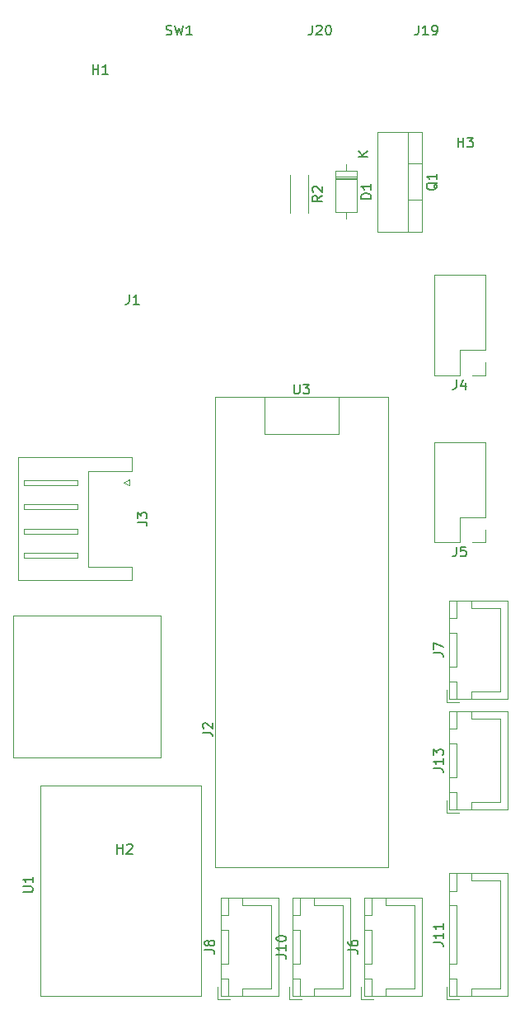
<source format=gbr>
G04 #@! TF.GenerationSoftware,KiCad,Pcbnew,(5.1.2)-1*
G04 #@! TF.CreationDate,2019-08-26T15:34:59+03:00*
G04 #@! TF.ProjectId,invaderBoard,696e7661-6465-4724-926f-6172642e6b69,rev?*
G04 #@! TF.SameCoordinates,Original*
G04 #@! TF.FileFunction,Legend,Top*
G04 #@! TF.FilePolarity,Positive*
%FSLAX46Y46*%
G04 Gerber Fmt 4.6, Leading zero omitted, Abs format (unit mm)*
G04 Created by KiCad (PCBNEW (5.1.2)-1) date 2019-08-26 15:34:59*
%MOMM*%
%LPD*%
G04 APERTURE LIST*
%ADD10C,0.120000*%
%ADD11C,0.150000*%
G04 APERTURE END LIST*
D10*
X236982000Y-75692000D02*
X236982000Y-71882000D01*
X229362000Y-75692000D02*
X236982000Y-75692000D01*
X229362000Y-71882000D02*
X229362000Y-75692000D01*
X242062000Y-71882000D02*
X224282000Y-71882000D01*
X242062000Y-120142000D02*
X242062000Y-71882000D01*
X224282000Y-120142000D02*
X242062000Y-120142000D01*
X224282000Y-71882000D02*
X224282000Y-120142000D01*
X239312000Y-133660000D02*
X240562000Y-133660000D01*
X239312000Y-132410000D02*
X239312000Y-133660000D01*
X244812000Y-124010000D02*
X244812000Y-128310000D01*
X241862000Y-124010000D02*
X244812000Y-124010000D01*
X241862000Y-123260000D02*
X241862000Y-124010000D01*
X244812000Y-132610000D02*
X244812000Y-128310000D01*
X241862000Y-132610000D02*
X244812000Y-132610000D01*
X241862000Y-133360000D02*
X241862000Y-132610000D01*
X239612000Y-123260000D02*
X239612000Y-125060000D01*
X240362000Y-123260000D02*
X239612000Y-123260000D01*
X240362000Y-125060000D02*
X240362000Y-123260000D01*
X239612000Y-125060000D02*
X240362000Y-125060000D01*
X239612000Y-131560000D02*
X239612000Y-133360000D01*
X240362000Y-131560000D02*
X239612000Y-131560000D01*
X240362000Y-133360000D02*
X240362000Y-131560000D01*
X239612000Y-133360000D02*
X240362000Y-133360000D01*
X239612000Y-126560000D02*
X239612000Y-130060000D01*
X240362000Y-126560000D02*
X239612000Y-126560000D01*
X240362000Y-130060000D02*
X240362000Y-126560000D01*
X239612000Y-130060000D02*
X240362000Y-130060000D01*
X239602000Y-123250000D02*
X239602000Y-133370000D01*
X245572000Y-123250000D02*
X239602000Y-123250000D01*
X245572000Y-133370000D02*
X245572000Y-123250000D01*
X239602000Y-133370000D02*
X245572000Y-133370000D01*
X248075000Y-133660000D02*
X249325000Y-133660000D01*
X248075000Y-132410000D02*
X248075000Y-133660000D01*
X253575000Y-121510000D02*
X253575000Y-127060000D01*
X250625000Y-121510000D02*
X253575000Y-121510000D01*
X250625000Y-120760000D02*
X250625000Y-121510000D01*
X253575000Y-132610000D02*
X253575000Y-127060000D01*
X250625000Y-132610000D02*
X253575000Y-132610000D01*
X250625000Y-133360000D02*
X250625000Y-132610000D01*
X248375000Y-120760000D02*
X248375000Y-122560000D01*
X249125000Y-120760000D02*
X248375000Y-120760000D01*
X249125000Y-122560000D02*
X249125000Y-120760000D01*
X248375000Y-122560000D02*
X249125000Y-122560000D01*
X248375000Y-131560000D02*
X248375000Y-133360000D01*
X249125000Y-131560000D02*
X248375000Y-131560000D01*
X249125000Y-133360000D02*
X249125000Y-131560000D01*
X248375000Y-133360000D02*
X249125000Y-133360000D01*
X248375000Y-124060000D02*
X248375000Y-130060000D01*
X249125000Y-124060000D02*
X248375000Y-124060000D01*
X249125000Y-130060000D02*
X249125000Y-124060000D01*
X248375000Y-130060000D02*
X249125000Y-130060000D01*
X248365000Y-120750000D02*
X248365000Y-133370000D01*
X254335000Y-120750000D02*
X248365000Y-120750000D01*
X254335000Y-133370000D02*
X254335000Y-120750000D01*
X248365000Y-133370000D02*
X254335000Y-133370000D01*
X231946000Y-133660000D02*
X233196000Y-133660000D01*
X231946000Y-132410000D02*
X231946000Y-133660000D01*
X237446000Y-124010000D02*
X237446000Y-128310000D01*
X234496000Y-124010000D02*
X237446000Y-124010000D01*
X234496000Y-123260000D02*
X234496000Y-124010000D01*
X237446000Y-132610000D02*
X237446000Y-128310000D01*
X234496000Y-132610000D02*
X237446000Y-132610000D01*
X234496000Y-133360000D02*
X234496000Y-132610000D01*
X232246000Y-123260000D02*
X232246000Y-125060000D01*
X232996000Y-123260000D02*
X232246000Y-123260000D01*
X232996000Y-125060000D02*
X232996000Y-123260000D01*
X232246000Y-125060000D02*
X232996000Y-125060000D01*
X232246000Y-131560000D02*
X232246000Y-133360000D01*
X232996000Y-131560000D02*
X232246000Y-131560000D01*
X232996000Y-133360000D02*
X232996000Y-131560000D01*
X232246000Y-133360000D02*
X232996000Y-133360000D01*
X232246000Y-126560000D02*
X232246000Y-130060000D01*
X232996000Y-126560000D02*
X232246000Y-126560000D01*
X232996000Y-130060000D02*
X232996000Y-126560000D01*
X232246000Y-130060000D02*
X232996000Y-130060000D01*
X232236000Y-123250000D02*
X232236000Y-133370000D01*
X238206000Y-123250000D02*
X232236000Y-123250000D01*
X238206000Y-133370000D02*
X238206000Y-123250000D01*
X232236000Y-133370000D02*
X238206000Y-133370000D01*
X224580000Y-133660000D02*
X225830000Y-133660000D01*
X224580000Y-132410000D02*
X224580000Y-133660000D01*
X230080000Y-124010000D02*
X230080000Y-128310000D01*
X227130000Y-124010000D02*
X230080000Y-124010000D01*
X227130000Y-123260000D02*
X227130000Y-124010000D01*
X230080000Y-132610000D02*
X230080000Y-128310000D01*
X227130000Y-132610000D02*
X230080000Y-132610000D01*
X227130000Y-133360000D02*
X227130000Y-132610000D01*
X224880000Y-123260000D02*
X224880000Y-125060000D01*
X225630000Y-123260000D02*
X224880000Y-123260000D01*
X225630000Y-125060000D02*
X225630000Y-123260000D01*
X224880000Y-125060000D02*
X225630000Y-125060000D01*
X224880000Y-131560000D02*
X224880000Y-133360000D01*
X225630000Y-131560000D02*
X224880000Y-131560000D01*
X225630000Y-133360000D02*
X225630000Y-131560000D01*
X224880000Y-133360000D02*
X225630000Y-133360000D01*
X224880000Y-126560000D02*
X224880000Y-130060000D01*
X225630000Y-126560000D02*
X224880000Y-126560000D01*
X225630000Y-130060000D02*
X225630000Y-126560000D01*
X224880000Y-130060000D02*
X225630000Y-130060000D01*
X224870000Y-123250000D02*
X224870000Y-133370000D01*
X230840000Y-123250000D02*
X224870000Y-123250000D01*
X230840000Y-133370000D02*
X230840000Y-123250000D01*
X224870000Y-133370000D02*
X230840000Y-133370000D01*
X248075000Y-114530000D02*
X249325000Y-114530000D01*
X248075000Y-113280000D02*
X248075000Y-114530000D01*
X253575000Y-104880000D02*
X253575000Y-109180000D01*
X250625000Y-104880000D02*
X253575000Y-104880000D01*
X250625000Y-104130000D02*
X250625000Y-104880000D01*
X253575000Y-113480000D02*
X253575000Y-109180000D01*
X250625000Y-113480000D02*
X253575000Y-113480000D01*
X250625000Y-114230000D02*
X250625000Y-113480000D01*
X248375000Y-104130000D02*
X248375000Y-105930000D01*
X249125000Y-104130000D02*
X248375000Y-104130000D01*
X249125000Y-105930000D02*
X249125000Y-104130000D01*
X248375000Y-105930000D02*
X249125000Y-105930000D01*
X248375000Y-112430000D02*
X248375000Y-114230000D01*
X249125000Y-112430000D02*
X248375000Y-112430000D01*
X249125000Y-114230000D02*
X249125000Y-112430000D01*
X248375000Y-114230000D02*
X249125000Y-114230000D01*
X248375000Y-107430000D02*
X248375000Y-110930000D01*
X249125000Y-107430000D02*
X248375000Y-107430000D01*
X249125000Y-110930000D02*
X249125000Y-107430000D01*
X248375000Y-110930000D02*
X249125000Y-110930000D01*
X248365000Y-104120000D02*
X248365000Y-114240000D01*
X254335000Y-104120000D02*
X248365000Y-104120000D01*
X254335000Y-114240000D02*
X254335000Y-104120000D01*
X248365000Y-114240000D02*
X254335000Y-114240000D01*
X248075000Y-103180000D02*
X249325000Y-103180000D01*
X248075000Y-101930000D02*
X248075000Y-103180000D01*
X253575000Y-93530000D02*
X253575000Y-97830000D01*
X250625000Y-93530000D02*
X253575000Y-93530000D01*
X250625000Y-92780000D02*
X250625000Y-93530000D01*
X253575000Y-102130000D02*
X253575000Y-97830000D01*
X250625000Y-102130000D02*
X253575000Y-102130000D01*
X250625000Y-102880000D02*
X250625000Y-102130000D01*
X248375000Y-92780000D02*
X248375000Y-94580000D01*
X249125000Y-92780000D02*
X248375000Y-92780000D01*
X249125000Y-94580000D02*
X249125000Y-92780000D01*
X248375000Y-94580000D02*
X249125000Y-94580000D01*
X248375000Y-101080000D02*
X248375000Y-102880000D01*
X249125000Y-101080000D02*
X248375000Y-101080000D01*
X249125000Y-102880000D02*
X249125000Y-101080000D01*
X248375000Y-102880000D02*
X249125000Y-102880000D01*
X248375000Y-96080000D02*
X248375000Y-99580000D01*
X249125000Y-96080000D02*
X248375000Y-96080000D01*
X249125000Y-99580000D02*
X249125000Y-96080000D01*
X248375000Y-99580000D02*
X249125000Y-99580000D01*
X248365000Y-92770000D02*
X248365000Y-102890000D01*
X254335000Y-92770000D02*
X248365000Y-92770000D01*
X254335000Y-102890000D02*
X254335000Y-92770000D01*
X248365000Y-102890000D02*
X254335000Y-102890000D01*
X218735000Y-108900000D02*
X203535000Y-108900000D01*
X218735000Y-94300000D02*
X218735000Y-108900000D01*
X203535000Y-94300000D02*
X218735000Y-94300000D01*
X203535000Y-108900000D02*
X203535000Y-94300000D01*
X238864000Y-49280000D02*
X236624000Y-49280000D01*
X238864000Y-49520000D02*
X236624000Y-49520000D01*
X238864000Y-49400000D02*
X236624000Y-49400000D01*
X237744000Y-53570000D02*
X237744000Y-52920000D01*
X237744000Y-48030000D02*
X237744000Y-48680000D01*
X238864000Y-52920000D02*
X238864000Y-48680000D01*
X236624000Y-52920000D02*
X238864000Y-52920000D01*
X236624000Y-48680000D02*
X236624000Y-52920000D01*
X238864000Y-48680000D02*
X236624000Y-48680000D01*
X222885000Y-111760000D02*
X222885000Y-133350000D01*
X222885000Y-133350000D02*
X206375000Y-133350000D01*
X206375000Y-133350000D02*
X206375000Y-111760000D01*
X206375000Y-111760000D02*
X222885000Y-111760000D01*
X231998000Y-49134000D02*
X231998000Y-52974000D01*
X233838000Y-49134000D02*
X233838000Y-52974000D01*
X245586000Y-51635000D02*
X244076000Y-51635000D01*
X245586000Y-47934000D02*
X244076000Y-47934000D01*
X244076000Y-44664000D02*
X244076000Y-54904000D01*
X245586000Y-54904000D02*
X240945000Y-54904000D01*
X245586000Y-44664000D02*
X240945000Y-44664000D01*
X240945000Y-44664000D02*
X240945000Y-54904000D01*
X245586000Y-44664000D02*
X245586000Y-54904000D01*
X252028000Y-86801000D02*
X250698000Y-86801000D01*
X252028000Y-85471000D02*
X252028000Y-86801000D01*
X249428000Y-86801000D02*
X246828000Y-86801000D01*
X249428000Y-84201000D02*
X249428000Y-86801000D01*
X252028000Y-84201000D02*
X249428000Y-84201000D01*
X246828000Y-86801000D02*
X246828000Y-76521000D01*
X252028000Y-84201000D02*
X252028000Y-76521000D01*
X252028000Y-76521000D02*
X246828000Y-76521000D01*
X252028000Y-69656000D02*
X250698000Y-69656000D01*
X252028000Y-68326000D02*
X252028000Y-69656000D01*
X249428000Y-69656000D02*
X246828000Y-69656000D01*
X249428000Y-67056000D02*
X249428000Y-69656000D01*
X252028000Y-67056000D02*
X249428000Y-67056000D01*
X246828000Y-69656000D02*
X246828000Y-59376000D01*
X252028000Y-67056000D02*
X252028000Y-59376000D01*
X252028000Y-59376000D02*
X246828000Y-59376000D01*
X215460000Y-80945000D02*
X214860000Y-80645000D01*
X215460000Y-80345000D02*
X215460000Y-80945000D01*
X214860000Y-80645000D02*
X215460000Y-80345000D01*
X210160000Y-88395000D02*
X210160000Y-87895000D01*
X204660000Y-88395000D02*
X210160000Y-88395000D01*
X204660000Y-87895000D02*
X204660000Y-88395000D01*
X210160000Y-87895000D02*
X204660000Y-87895000D01*
X210160000Y-85895000D02*
X210160000Y-85395000D01*
X204660000Y-85895000D02*
X210160000Y-85895000D01*
X204660000Y-85395000D02*
X204660000Y-85895000D01*
X210160000Y-85395000D02*
X204660000Y-85395000D01*
X210160000Y-83395000D02*
X210160000Y-82895000D01*
X204660000Y-83395000D02*
X210160000Y-83395000D01*
X204660000Y-82895000D02*
X204660000Y-83395000D01*
X210160000Y-82895000D02*
X204660000Y-82895000D01*
X210160000Y-80895000D02*
X210160000Y-80395000D01*
X204660000Y-80895000D02*
X210160000Y-80895000D01*
X204660000Y-80395000D02*
X204660000Y-80895000D01*
X210160000Y-80395000D02*
X204660000Y-80395000D01*
X211270000Y-89285000D02*
X211270000Y-84395000D01*
X215770000Y-89285000D02*
X211270000Y-89285000D01*
X215770000Y-90705000D02*
X215770000Y-89285000D01*
X204050000Y-90705000D02*
X215770000Y-90705000D01*
X204050000Y-84395000D02*
X204050000Y-90705000D01*
X211270000Y-79505000D02*
X211270000Y-84395000D01*
X215770000Y-79505000D02*
X211270000Y-79505000D01*
X215770000Y-78085000D02*
X215770000Y-79505000D01*
X204050000Y-78085000D02*
X215770000Y-78085000D01*
X204050000Y-84395000D02*
X204050000Y-78085000D01*
D11*
X215476666Y-61372380D02*
X215476666Y-62086666D01*
X215429047Y-62229523D01*
X215333809Y-62324761D01*
X215190952Y-62372380D01*
X215095714Y-62372380D01*
X216476666Y-62372380D02*
X215905238Y-62372380D01*
X216190952Y-62372380D02*
X216190952Y-61372380D01*
X216095714Y-61515238D01*
X216000476Y-61610476D01*
X215905238Y-61658095D01*
X249238095Y-46252380D02*
X249238095Y-45252380D01*
X249238095Y-45728571D02*
X249809523Y-45728571D01*
X249809523Y-46252380D02*
X249809523Y-45252380D01*
X250190476Y-45252380D02*
X250809523Y-45252380D01*
X250476190Y-45633333D01*
X250619047Y-45633333D01*
X250714285Y-45680952D01*
X250761904Y-45728571D01*
X250809523Y-45823809D01*
X250809523Y-46061904D01*
X250761904Y-46157142D01*
X250714285Y-46204761D01*
X250619047Y-46252380D01*
X250333333Y-46252380D01*
X250238095Y-46204761D01*
X250190476Y-46157142D01*
X214238095Y-118752380D02*
X214238095Y-117752380D01*
X214238095Y-118228571D02*
X214809523Y-118228571D01*
X214809523Y-118752380D02*
X214809523Y-117752380D01*
X215238095Y-117847619D02*
X215285714Y-117800000D01*
X215380952Y-117752380D01*
X215619047Y-117752380D01*
X215714285Y-117800000D01*
X215761904Y-117847619D01*
X215809523Y-117942857D01*
X215809523Y-118038095D01*
X215761904Y-118180952D01*
X215190476Y-118752380D01*
X215809523Y-118752380D01*
X211738095Y-38752380D02*
X211738095Y-37752380D01*
X211738095Y-38228571D02*
X212309523Y-38228571D01*
X212309523Y-38752380D02*
X212309523Y-37752380D01*
X213309523Y-38752380D02*
X212738095Y-38752380D01*
X213023809Y-38752380D02*
X213023809Y-37752380D01*
X212928571Y-37895238D01*
X212833333Y-37990476D01*
X212738095Y-38038095D01*
X232410095Y-70564380D02*
X232410095Y-71373904D01*
X232457714Y-71469142D01*
X232505333Y-71516761D01*
X232600571Y-71564380D01*
X232791047Y-71564380D01*
X232886285Y-71516761D01*
X232933904Y-71469142D01*
X232981523Y-71373904D01*
X232981523Y-70564380D01*
X233362476Y-70564380D02*
X233981523Y-70564380D01*
X233648190Y-70945333D01*
X233791047Y-70945333D01*
X233886285Y-70992952D01*
X233933904Y-71040571D01*
X233981523Y-71135809D01*
X233981523Y-71373904D01*
X233933904Y-71469142D01*
X233886285Y-71516761D01*
X233791047Y-71564380D01*
X233505333Y-71564380D01*
X233410095Y-71516761D01*
X233362476Y-71469142D01*
X237964380Y-128643333D02*
X238678666Y-128643333D01*
X238821523Y-128690952D01*
X238916761Y-128786190D01*
X238964380Y-128929047D01*
X238964380Y-129024285D01*
X237964380Y-127738571D02*
X237964380Y-127929047D01*
X238012000Y-128024285D01*
X238059619Y-128071904D01*
X238202476Y-128167142D01*
X238392952Y-128214761D01*
X238773904Y-128214761D01*
X238869142Y-128167142D01*
X238916761Y-128119523D01*
X238964380Y-128024285D01*
X238964380Y-127833809D01*
X238916761Y-127738571D01*
X238869142Y-127690952D01*
X238773904Y-127643333D01*
X238535809Y-127643333D01*
X238440571Y-127690952D01*
X238392952Y-127738571D01*
X238345333Y-127833809D01*
X238345333Y-128024285D01*
X238392952Y-128119523D01*
X238440571Y-128167142D01*
X238535809Y-128214761D01*
X219265666Y-34694761D02*
X219408523Y-34742380D01*
X219646619Y-34742380D01*
X219741857Y-34694761D01*
X219789476Y-34647142D01*
X219837095Y-34551904D01*
X219837095Y-34456666D01*
X219789476Y-34361428D01*
X219741857Y-34313809D01*
X219646619Y-34266190D01*
X219456142Y-34218571D01*
X219360904Y-34170952D01*
X219313285Y-34123333D01*
X219265666Y-34028095D01*
X219265666Y-33932857D01*
X219313285Y-33837619D01*
X219360904Y-33790000D01*
X219456142Y-33742380D01*
X219694238Y-33742380D01*
X219837095Y-33790000D01*
X220170428Y-33742380D02*
X220408523Y-34742380D01*
X220599000Y-34028095D01*
X220789476Y-34742380D01*
X221027571Y-33742380D01*
X221932333Y-34742380D02*
X221360904Y-34742380D01*
X221646619Y-34742380D02*
X221646619Y-33742380D01*
X221551380Y-33885238D01*
X221456142Y-33980476D01*
X221360904Y-34028095D01*
X246727380Y-127869523D02*
X247441666Y-127869523D01*
X247584523Y-127917142D01*
X247679761Y-128012380D01*
X247727380Y-128155238D01*
X247727380Y-128250476D01*
X247727380Y-126869523D02*
X247727380Y-127440952D01*
X247727380Y-127155238D02*
X246727380Y-127155238D01*
X246870238Y-127250476D01*
X246965476Y-127345714D01*
X247013095Y-127440952D01*
X247727380Y-125917142D02*
X247727380Y-126488571D01*
X247727380Y-126202857D02*
X246727380Y-126202857D01*
X246870238Y-126298095D01*
X246965476Y-126393333D01*
X247013095Y-126488571D01*
X230598380Y-129119523D02*
X231312666Y-129119523D01*
X231455523Y-129167142D01*
X231550761Y-129262380D01*
X231598380Y-129405238D01*
X231598380Y-129500476D01*
X231598380Y-128119523D02*
X231598380Y-128690952D01*
X231598380Y-128405238D02*
X230598380Y-128405238D01*
X230741238Y-128500476D01*
X230836476Y-128595714D01*
X230884095Y-128690952D01*
X230598380Y-127500476D02*
X230598380Y-127405238D01*
X230646000Y-127310000D01*
X230693619Y-127262380D01*
X230788857Y-127214761D01*
X230979333Y-127167142D01*
X231217428Y-127167142D01*
X231407904Y-127214761D01*
X231503142Y-127262380D01*
X231550761Y-127310000D01*
X231598380Y-127405238D01*
X231598380Y-127500476D01*
X231550761Y-127595714D01*
X231503142Y-127643333D01*
X231407904Y-127690952D01*
X231217428Y-127738571D01*
X230979333Y-127738571D01*
X230788857Y-127690952D01*
X230693619Y-127643333D01*
X230646000Y-127595714D01*
X230598380Y-127500476D01*
X223232380Y-128643333D02*
X223946666Y-128643333D01*
X224089523Y-128690952D01*
X224184761Y-128786190D01*
X224232380Y-128929047D01*
X224232380Y-129024285D01*
X223660952Y-128024285D02*
X223613333Y-128119523D01*
X223565714Y-128167142D01*
X223470476Y-128214761D01*
X223422857Y-128214761D01*
X223327619Y-128167142D01*
X223280000Y-128119523D01*
X223232380Y-128024285D01*
X223232380Y-127833809D01*
X223280000Y-127738571D01*
X223327619Y-127690952D01*
X223422857Y-127643333D01*
X223470476Y-127643333D01*
X223565714Y-127690952D01*
X223613333Y-127738571D01*
X223660952Y-127833809D01*
X223660952Y-128024285D01*
X223708571Y-128119523D01*
X223756190Y-128167142D01*
X223851428Y-128214761D01*
X224041904Y-128214761D01*
X224137142Y-128167142D01*
X224184761Y-128119523D01*
X224232380Y-128024285D01*
X224232380Y-127833809D01*
X224184761Y-127738571D01*
X224137142Y-127690952D01*
X224041904Y-127643333D01*
X223851428Y-127643333D01*
X223756190Y-127690952D01*
X223708571Y-127738571D01*
X223660952Y-127833809D01*
X246727380Y-109989523D02*
X247441666Y-109989523D01*
X247584523Y-110037142D01*
X247679761Y-110132380D01*
X247727380Y-110275238D01*
X247727380Y-110370476D01*
X247727380Y-108989523D02*
X247727380Y-109560952D01*
X247727380Y-109275238D02*
X246727380Y-109275238D01*
X246870238Y-109370476D01*
X246965476Y-109465714D01*
X247013095Y-109560952D01*
X246727380Y-108656190D02*
X246727380Y-108037142D01*
X247108333Y-108370476D01*
X247108333Y-108227619D01*
X247155952Y-108132380D01*
X247203571Y-108084761D01*
X247298809Y-108037142D01*
X247536904Y-108037142D01*
X247632142Y-108084761D01*
X247679761Y-108132380D01*
X247727380Y-108227619D01*
X247727380Y-108513333D01*
X247679761Y-108608571D01*
X247632142Y-108656190D01*
X246727380Y-98163333D02*
X247441666Y-98163333D01*
X247584523Y-98210952D01*
X247679761Y-98306190D01*
X247727380Y-98449047D01*
X247727380Y-98544285D01*
X246727380Y-97782380D02*
X246727380Y-97115714D01*
X247727380Y-97544285D01*
X234267476Y-33742380D02*
X234267476Y-34456666D01*
X234219857Y-34599523D01*
X234124619Y-34694761D01*
X233981761Y-34742380D01*
X233886523Y-34742380D01*
X234696047Y-33837619D02*
X234743666Y-33790000D01*
X234838904Y-33742380D01*
X235077000Y-33742380D01*
X235172238Y-33790000D01*
X235219857Y-33837619D01*
X235267476Y-33932857D01*
X235267476Y-34028095D01*
X235219857Y-34170952D01*
X234648428Y-34742380D01*
X235267476Y-34742380D01*
X235886523Y-33742380D02*
X235981761Y-33742380D01*
X236077000Y-33790000D01*
X236124619Y-33837619D01*
X236172238Y-33932857D01*
X236219857Y-34123333D01*
X236219857Y-34361428D01*
X236172238Y-34551904D01*
X236124619Y-34647142D01*
X236077000Y-34694761D01*
X235981761Y-34742380D01*
X235886523Y-34742380D01*
X235791285Y-34694761D01*
X235743666Y-34647142D01*
X235696047Y-34551904D01*
X235648428Y-34361428D01*
X235648428Y-34123333D01*
X235696047Y-33932857D01*
X235743666Y-33837619D01*
X235791285Y-33790000D01*
X235886523Y-33742380D01*
X245189476Y-33742380D02*
X245189476Y-34456666D01*
X245141857Y-34599523D01*
X245046619Y-34694761D01*
X244903761Y-34742380D01*
X244808523Y-34742380D01*
X246189476Y-34742380D02*
X245618047Y-34742380D01*
X245903761Y-34742380D02*
X245903761Y-33742380D01*
X245808523Y-33885238D01*
X245713285Y-33980476D01*
X245618047Y-34028095D01*
X246665666Y-34742380D02*
X246856142Y-34742380D01*
X246951380Y-34694761D01*
X246999000Y-34647142D01*
X247094238Y-34504285D01*
X247141857Y-34313809D01*
X247141857Y-33932857D01*
X247094238Y-33837619D01*
X247046619Y-33790000D01*
X246951380Y-33742380D01*
X246760904Y-33742380D01*
X246665666Y-33790000D01*
X246618047Y-33837619D01*
X246570428Y-33932857D01*
X246570428Y-34170952D01*
X246618047Y-34266190D01*
X246665666Y-34313809D01*
X246760904Y-34361428D01*
X246951380Y-34361428D01*
X247046619Y-34313809D01*
X247094238Y-34266190D01*
X247141857Y-34170952D01*
X223037380Y-106333333D02*
X223751666Y-106333333D01*
X223894523Y-106380952D01*
X223989761Y-106476190D01*
X224037380Y-106619047D01*
X224037380Y-106714285D01*
X223132619Y-105904761D02*
X223085000Y-105857142D01*
X223037380Y-105761904D01*
X223037380Y-105523809D01*
X223085000Y-105428571D01*
X223132619Y-105380952D01*
X223227857Y-105333333D01*
X223323095Y-105333333D01*
X223465952Y-105380952D01*
X224037380Y-105952380D01*
X224037380Y-105333333D01*
X240316380Y-51538095D02*
X239316380Y-51538095D01*
X239316380Y-51300000D01*
X239364000Y-51157142D01*
X239459238Y-51061904D01*
X239554476Y-51014285D01*
X239744952Y-50966666D01*
X239887809Y-50966666D01*
X240078285Y-51014285D01*
X240173523Y-51061904D01*
X240268761Y-51157142D01*
X240316380Y-51300000D01*
X240316380Y-51538095D01*
X240316380Y-50014285D02*
X240316380Y-50585714D01*
X240316380Y-50300000D02*
X239316380Y-50300000D01*
X239459238Y-50395238D01*
X239554476Y-50490476D01*
X239602095Y-50585714D01*
X239996380Y-47251904D02*
X238996380Y-47251904D01*
X239996380Y-46680476D02*
X239424952Y-47109047D01*
X238996380Y-46680476D02*
X239567809Y-47251904D01*
X204557380Y-122681904D02*
X205366904Y-122681904D01*
X205462142Y-122634285D01*
X205509761Y-122586666D01*
X205557380Y-122491428D01*
X205557380Y-122300952D01*
X205509761Y-122205714D01*
X205462142Y-122158095D01*
X205366904Y-122110476D01*
X204557380Y-122110476D01*
X205557380Y-121110476D02*
X205557380Y-121681904D01*
X205557380Y-121396190D02*
X204557380Y-121396190D01*
X204700238Y-121491428D01*
X204795476Y-121586666D01*
X204843095Y-121681904D01*
X235290380Y-51220666D02*
X234814190Y-51554000D01*
X235290380Y-51792095D02*
X234290380Y-51792095D01*
X234290380Y-51411142D01*
X234338000Y-51315904D01*
X234385619Y-51268285D01*
X234480857Y-51220666D01*
X234623714Y-51220666D01*
X234718952Y-51268285D01*
X234766571Y-51315904D01*
X234814190Y-51411142D01*
X234814190Y-51792095D01*
X234385619Y-50839714D02*
X234338000Y-50792095D01*
X234290380Y-50696857D01*
X234290380Y-50458761D01*
X234338000Y-50363523D01*
X234385619Y-50315904D01*
X234480857Y-50268285D01*
X234576095Y-50268285D01*
X234718952Y-50315904D01*
X235290380Y-50887333D01*
X235290380Y-50268285D01*
X247133619Y-49879238D02*
X247086000Y-49974476D01*
X246990761Y-50069714D01*
X246847904Y-50212571D01*
X246800285Y-50307809D01*
X246800285Y-50403047D01*
X247038380Y-50355428D02*
X246990761Y-50450666D01*
X246895523Y-50545904D01*
X246705047Y-50593523D01*
X246371714Y-50593523D01*
X246181238Y-50545904D01*
X246086000Y-50450666D01*
X246038380Y-50355428D01*
X246038380Y-50164952D01*
X246086000Y-50069714D01*
X246181238Y-49974476D01*
X246371714Y-49926857D01*
X246705047Y-49926857D01*
X246895523Y-49974476D01*
X246990761Y-50069714D01*
X247038380Y-50164952D01*
X247038380Y-50355428D01*
X247038380Y-48974476D02*
X247038380Y-49545904D01*
X247038380Y-49260190D02*
X246038380Y-49260190D01*
X246181238Y-49355428D01*
X246276476Y-49450666D01*
X246324095Y-49545904D01*
X249094666Y-87253380D02*
X249094666Y-87967666D01*
X249047047Y-88110523D01*
X248951809Y-88205761D01*
X248808952Y-88253380D01*
X248713714Y-88253380D01*
X250047047Y-87253380D02*
X249570857Y-87253380D01*
X249523238Y-87729571D01*
X249570857Y-87681952D01*
X249666095Y-87634333D01*
X249904190Y-87634333D01*
X249999428Y-87681952D01*
X250047047Y-87729571D01*
X250094666Y-87824809D01*
X250094666Y-88062904D01*
X250047047Y-88158142D01*
X249999428Y-88205761D01*
X249904190Y-88253380D01*
X249666095Y-88253380D01*
X249570857Y-88205761D01*
X249523238Y-88158142D01*
X249094666Y-70108380D02*
X249094666Y-70822666D01*
X249047047Y-70965523D01*
X248951809Y-71060761D01*
X248808952Y-71108380D01*
X248713714Y-71108380D01*
X249999428Y-70441714D02*
X249999428Y-71108380D01*
X249761333Y-70060761D02*
X249523238Y-70775047D01*
X250142285Y-70775047D01*
X216312380Y-84728333D02*
X217026666Y-84728333D01*
X217169523Y-84775952D01*
X217264761Y-84871190D01*
X217312380Y-85014047D01*
X217312380Y-85109285D01*
X216312380Y-84347380D02*
X216312380Y-83728333D01*
X216693333Y-84061666D01*
X216693333Y-83918809D01*
X216740952Y-83823571D01*
X216788571Y-83775952D01*
X216883809Y-83728333D01*
X217121904Y-83728333D01*
X217217142Y-83775952D01*
X217264761Y-83823571D01*
X217312380Y-83918809D01*
X217312380Y-84204523D01*
X217264761Y-84299761D01*
X217217142Y-84347380D01*
M02*

</source>
